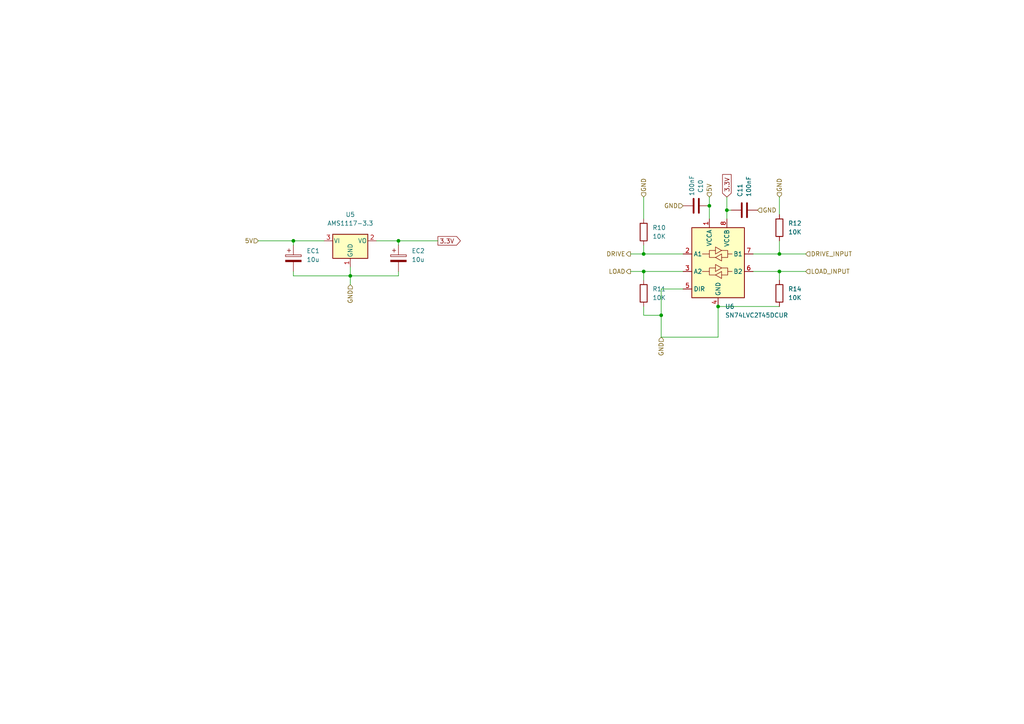
<source format=kicad_sch>
(kicad_sch (version 20211123) (generator eeschema)
  (paper "A4")
  (lib_symbols
    (symbol "000_Capacitor_Electrolytic_Immo:22u" (pin_numbers hide) (pin_names (offset 0.254))
      (property "Reference" "EC" (at 0.635 2.54 0))
      (property "Value" "22u" (at 0.635 -2.54 0))
      (symbol "22u_0_1"
        (rectangle (start -2.286 0.508) (end 2.286 1.016))
        (polyline (pts (xy -1.778 2.286) (xy -0.762 2.286)))
        (polyline (pts (xy -1.27 2.794) (xy -1.27 1.778)))
        (rectangle (start 2.286 -0.508) (end -2.286 -1.016) (fill (type outline)))
      )
      (symbol "22u_1_1"
        (pin passive line (at 0 3.81 270) (length 2.794) (name "~") (number "1"))
        (pin passive line (at 0 -3.81 90) (length 2.794) (name "~") (number "2"))
      )
    )
    (symbol "Device:C" (pin_numbers hide) (pin_names (offset 0.254))
      (property "Reference" "C" (at 0.635 2.54 0))
      (property "Value" "C" (at 0.635 -2.54 0))
      (symbol "C_0_1"
        (polyline (pts (xy -2.032 -0.762) (xy 2.032 -0.762)) (stroke (width 0.508)))
        (polyline (pts (xy -2.032 0.762) (xy 2.032 0.762)) (stroke (width 0.508)))
      )
      (symbol "C_1_1"
        (pin passive line (at 0 3.81 270) (length 2.794) (name "~") (number "1"))
        (pin passive line (at 0 -3.81 90) (length 2.794) (name "~") (number "2"))
      )
    )
    (symbol "Device:R" (pin_numbers hide) (pin_names (offset 0))
      (property "Reference" "R" (at 2.032 0 90))
      (property "Value" "R" (at 0 0 90))
      (symbol "R_0_1"
        (rectangle (start -1.016 -2.54) (end 1.016 2.54) (stroke (width 0.254)))
      )
      (symbol "R_1_1"
        (pin passive line (at 0 3.81 270) (length 1.27) (name "~") (number "1"))
        (pin passive line (at 0 -3.81 90) (length 1.27) (name "~") (number "2"))
      )
    )
    (symbol "Logic_LevelTranslator:SN74LVC2T45DCUR"
      (property "Reference" "U" (at -6.35 11.43 0))
      (property "Value" "SN74LVC2T45DCUR" (at 3.81 11.43 0))
      (symbol "SN74LVC2T45DCUR_0_1"
        (rectangle (start -7.62 10.16) (end 7.62 -10.16) (stroke (width 0.254)) (fill (type background)))
        (polyline (pts (xy -2.54 2.54) (xy -2.54 3.556) (xy -0.762 3.556)))
        (polyline (pts (xy 2.794 2.54) (xy 2.794 1.524) (xy 1.016 1.524)))
        (polyline (pts (xy -0.762 1.524) (xy -2.54 1.524) (xy -2.54 2.54) (xy -4.572 2.54)))
        (polyline (pts (xy -0.762 2.54) (xy -0.762 4.572) (xy 1.016 3.556) (xy -0.762 2.54)))
        (polyline (pts (xy 1.016 3.556) (xy 2.794 3.556) (xy 2.794 2.54) (xy 4.064 2.54)))
        (polyline (pts (xy 1.016 2.54) (xy 1.016 0.762) (xy 1.016 0.508) (xy -0.762 1.524) (xy 1.016 2.54)))
      )
      (symbol "SN74LVC2T45DCUR_1_1"
        (polyline (pts (xy -2.54 -2.54) (xy -2.54 -1.524) (xy -0.762 -1.524)))
        (polyline (pts (xy 2.794 -2.54) (xy 2.794 -3.556) (xy 1.016 -3.556)))
        (polyline (pts (xy -0.762 -3.556) (xy -2.54 -3.556) (xy -2.54 -2.54) (xy -4.572 -2.54)))
        (polyline (pts (xy -0.762 -2.54) (xy -0.762 -0.508) (xy 1.016 -1.524) (xy -0.762 -2.54)))
        (polyline (pts (xy 1.016 -1.524) (xy 2.794 -1.524) (xy 2.794 -2.54) (xy 4.064 -2.54)))
        (polyline (pts (xy 1.016 -2.54) (xy 1.016 -4.318) (xy 1.016 -4.572) (xy -0.762 -3.556) (xy 1.016 -2.54)))
        (pin power_in line (at -2.54 12.7 270) (length 2.54) (name "VCCA") (number "1"))
        (pin bidirectional line (at -10.16 2.54 0) (length 2.54) (name "A1") (number "2"))
        (pin bidirectional line (at -10.16 -2.54 0) (length 2.54) (name "A2") (number "3"))
        (pin power_in line (at 0 -12.7 90) (length 2.54) (name "GND") (number "4"))
        (pin input line (at -10.16 -7.62 0) (length 2.54) (name "DIR") (number "5"))
        (pin bidirectional line (at 10.16 -2.54 180) (length 2.54) (name "B2") (number "6"))
        (pin bidirectional line (at 10.16 2.54 180) (length 2.54) (name "B1") (number "7"))
        (pin power_in line (at 2.54 12.7 270) (length 2.54) (name "VCCB") (number "8"))
      )
    )
    (symbol "Regulator_Linear:AMS1117-3.3" (pin_names (offset 0.254))
      (property "Reference" "U" (at -3.81 3.175 0))
      (property "Value" "AMS1117-3.3" (at 0 3.175 0))
      (symbol "AMS1117-3.3_0_1"
        (rectangle (start -5.08 -5.08) (end 5.08 1.905) (stroke (width 0.254)) (fill (type background)))
      )
      (symbol "AMS1117-3.3_1_1"
        (pin power_in line (at 0 -7.62 90) (length 2.54) (name "GND") (number "1"))
        (pin power_out line (at 7.62 0 180) (length 2.54) (name "VO") (number "2"))
        (pin power_in line (at -7.62 0 0) (length 2.54) (name "VI") (number "3"))
      )
    )
  )
  (junction (at 101.6 80.01))
  (junction (at 226.06 73.66))
  (junction (at 186.69 73.66))
  (junction (at 205.74 59.69))
  (junction (at 226.06 78.74))
  (junction (at 186.69 78.74))
  (junction (at 85.09 69.85))
  (junction (at 210.82 60.96))
  (junction (at 208.28 88.9))
  (junction (at 191.77 91.44))
  (junction (at 115.57 69.85))
  (wire (pts (xy 186.69 88.9) (xy 186.69 91.44)))
  (wire (pts (xy 226.06 69.85) (xy 226.06 73.66)))
  (wire (pts (xy 208.28 97.79) (xy 208.28 88.9)))
  (wire (pts (xy 226.06 57.15) (xy 226.06 62.23)))
  (wire (pts (xy 226.06 73.66) (xy 233.68 73.66)))
  (wire (pts (xy 74.93 69.85) (xy 85.09 69.85)))
  (wire (pts (xy 115.57 69.85) (xy 115.57 71.12)))
  (wire (pts (xy 85.09 78.74) (xy 85.09 80.01)))
  (wire (pts (xy 191.77 83.82) (xy 191.77 91.44)))
  (wire (pts (xy 101.6 80.01) (xy 101.6 82.55)))
  (wire (pts (xy 186.69 57.15) (xy 186.69 63.5)))
  (wire (pts (xy 85.09 80.01) (xy 101.6 80.01)))
  (wire (pts (xy 186.69 71.12) (xy 186.69 73.66)))
  (wire (pts (xy 115.57 78.74) (xy 115.57 80.01)))
  (wire (pts (xy 191.77 91.44) (xy 191.77 97.79)))
  (wire (pts (xy 115.57 69.85) (xy 127 69.85)))
  (wire (pts (xy 218.44 73.66) (xy 226.06 73.66)))
  (wire (pts (xy 186.69 78.74) (xy 186.69 81.28)))
  (wire (pts (xy 205.74 59.69) (xy 205.74 63.5)))
  (wire (pts (xy 85.09 69.85) (xy 93.98 69.85)))
  (wire (pts (xy 186.69 91.44) (xy 191.77 91.44)))
  (wire (pts (xy 115.57 80.01) (xy 101.6 80.01)))
  (wire (pts (xy 208.28 88.9) (xy 226.06 88.9)))
  (wire (pts (xy 101.6 77.47) (xy 101.6 80.01)))
  (wire (pts (xy 210.82 60.96) (xy 210.82 63.5)))
  (wire (pts (xy 205.74 57.15) (xy 205.74 59.69)))
  (wire (pts (xy 109.22 69.85) (xy 115.57 69.85)))
  (wire (pts (xy 182.88 78.74) (xy 186.69 78.74)))
  (wire (pts (xy 186.69 73.66) (xy 198.12 73.66)))
  (wire (pts (xy 182.88 73.66) (xy 186.69 73.66)))
  (wire (pts (xy 198.12 83.82) (xy 191.77 83.82)))
  (wire (pts (xy 191.77 97.79) (xy 208.28 97.79)))
  (wire (pts (xy 186.69 78.74) (xy 198.12 78.74)))
  (wire (pts (xy 210.82 57.15) (xy 210.82 60.96)))
  (wire (pts (xy 210.82 60.96) (xy 212.09 60.96)))
  (wire (pts (xy 85.09 71.12) (xy 85.09 69.85)))
  (wire (pts (xy 218.44 78.74) (xy 226.06 78.74)))
  (wire (pts (xy 226.06 78.74) (xy 233.68 78.74)))
  (wire (pts (xy 226.06 78.74) (xy 226.06 81.28)))
  (global_label "3.3V" (shape input) (at 210.82 57.15 90) (property "Intersheet References" "${INTERSHEET_REFS}" (effects hide)))
  (global_label "3.3V" (shape output) (at 127 69.85 0) (property "Intersheet References" "${INTERSHEET_REFS}" (effects hide)))
  (hierarchical_label "LOAD" (shape output) (at 182.88 78.74 180))
  (hierarchical_label "DRIVE" (shape output) (at 182.88 73.66 180))
  (hierarchical_label "LOAD_INPUT" (shape input) (at 233.68 78.74 0))
  (hierarchical_label "5V" (shape input) (at 205.74 57.15 90))
  (hierarchical_label "GND" (shape input) (at 186.69 57.15 90))
  (hierarchical_label "5V" (shape input) (at 74.93 69.85 180))
  (hierarchical_label "GND" (shape input) (at 101.6 82.55 270))
  (hierarchical_label "GND" (shape input) (at 219.71 60.96 0))
  (hierarchical_label "DRIVE_INPUT" (shape input) (at 233.68 73.66 0))
  (hierarchical_label "GND" (shape input) (at 226.06 57.15 90))
  (hierarchical_label "GND" (shape input) (at 191.77 97.79 270))
  (hierarchical_label "GND" (shape input) (at 198.12 59.69 180))
  (symbol (lib_id "Device:R") (at 186.69 85.09 0) (unit 1)
    (property "Reference" "R11" (at 189.23 83.8199 0) (effects (justify left)))
    (property "Value" "10K" (at 189.23 86.3599 0) (effects (justify left)))
    (property "Footprint" "Resistor_SMD:R_0805_2012Metric_Pad1.20x1.40mm_HandSolder" (effects hide))
  )
  (symbol (lib_id "000_Capacitor_Electrolytic_Immo:22u") (at 115.57 74.93 0) (unit 1)
    (property "Reference" "EC2" (at 119.38 72.7709 0) (effects (justify left)))
    (property "Value" "10u" (at 119.38 75.3109 0) (effects (justify left)))
    (property "Footprint" "Capacitor_SMD:CP_Elec_4x5.4" (effects hide))
  )
  (symbol (lib_id "000_Capacitor_Electrolytic_Immo:22u") (at 85.09 74.93 0) (unit 1)
    (property "Reference" "EC1" (at 88.9 72.7709 0) (effects (justify left)))
    (property "Value" "10u" (at 88.9 75.3109 0) (effects (justify left)))
    (property "Footprint" "Capacitor_SMD:CP_Elec_4x5.4" (effects hide))
  )
  (symbol (lib_id "Device:C") (at 215.9 60.96 90) (unit 1)
    (property "Reference" "C11" (at 214.6299 57.15 0) (effects (justify left)))
    (property "Value" "100nF" (at 217.1699 57.15 0) (effects (justify left)))
    (property "Footprint" "Capacitor_SMD:C_0805_2012Metric_Pad1.18x1.45mm_HandSolder" (effects hide))
  )
  (symbol (lib_id "Device:R") (at 226.06 66.04 0) (unit 1)
    (property "Reference" "R12" (at 228.6 64.7699 0) (effects (justify left)))
    (property "Value" "10K" (at 228.6 67.3099 0) (effects (justify left)))
    (property "Footprint" "Resistor_SMD:R_0805_2012Metric_Pad1.20x1.40mm_HandSolder" (effects hide))
  )
  (symbol (lib_id "Logic_LevelTranslator:SN74LVC2T45DCUR") (at 208.28 76.2 0) (unit 1)
    (property "Reference" "U6" (at 210.2994 88.9 0) (effects (justify left)))
    (property "Value" "SN74LVC2T45DCUR" (at 210.2994 91.44 0) (effects (justify left)))
    (property "Footprint" "Package_SO:VSSOP-8_2.4x2.1mm_P0.5mm" (effects hide))
    (property "Datasheet" "http://www.ti.com/lit/ds/symlink/sn74lvc2t45.pdf" (effects hide))
  )
  (symbol (lib_id "Device:R") (at 186.69 67.31 0) (unit 1)
    (property "Reference" "R10" (at 189.23 66.0399 0) (effects (justify left)))
    (property "Value" "10K" (at 189.23 68.5799 0) (effects (justify left)))
    (property "Footprint" "Resistor_SMD:R_0805_2012Metric_Pad1.20x1.40mm_HandSolder" (effects hide))
  )
  (symbol (lib_id "Device:R") (at 226.06 85.09 0) (unit 1)
    (property "Reference" "R14" (at 228.6 83.8199 0) (effects (justify left)))
    (property "Value" "10K" (at 228.6 86.3599 0) (effects (justify left)))
    (property "Footprint" "Resistor_SMD:R_0805_2012Metric_Pad1.20x1.40mm_HandSolder" (effects hide))
  )
  (symbol (lib_id "Regulator_Linear:AMS1117-3.3") (at 101.6 69.85 0) (unit 1)
    (property "Reference" "U5" (at 101.6 62.23 0))
    (property "Value" "AMS1117-3.3" (at 101.6 64.77 0))
    (property "Footprint" "Package_TO_SOT_SMD:SOT-223-3_TabPin2" (effects hide))
    (property "Datasheet" "http://www.advanced-monolithic.com/pdf/ds1117.pdf" (effects hide))
  )
  (symbol (lib_id "Device:C") (at 201.93 59.69 270) (unit 1)
    (property "Reference" "C10" (at 203.2 52.07 0) (effects (justify left)))
    (property "Value" "100nF" (at 200.66 50.8 0) (effects (justify left)))
    (property "Footprint" "Capacitor_SMD:C_0805_2012Metric_Pad1.18x1.45mm_HandSolder" (effects hide))
  )
)
</source>
